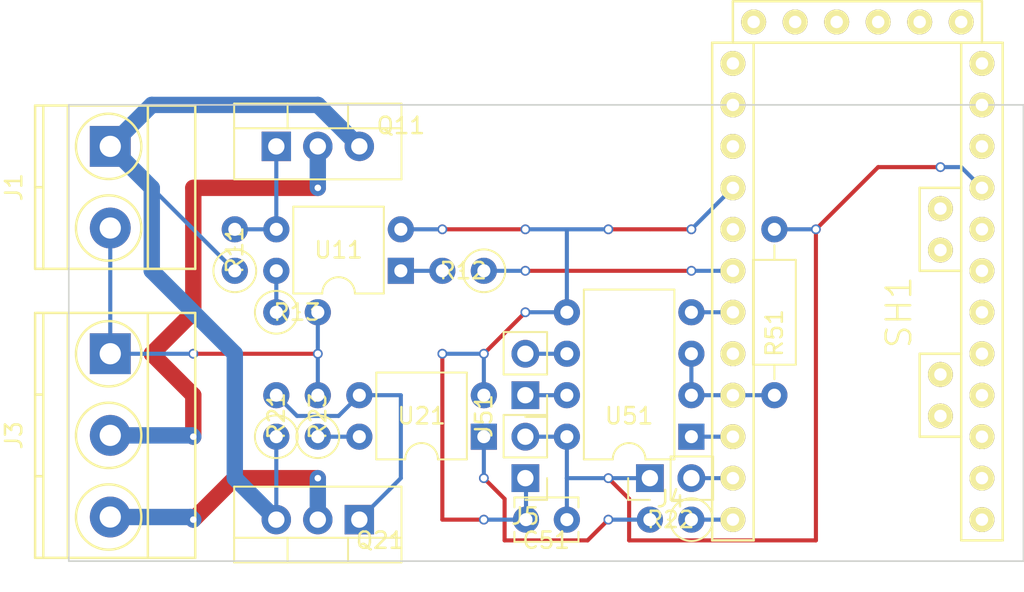
<source format=kicad_pcb>
(kicad_pcb (version 4) (host pcbnew 4.0.7)

  (general
    (links 37)
    (no_connects 0)
    (area 119.329999 65.989999 177.850001 94.030001)
    (thickness 1.6)
    (drawings 4)
    (tracks 111)
    (zones 0)
    (modules 19)
    (nets 21)
  )

  (page A4)
  (layers
    (0 F.Cu signal)
    (31 B.Cu signal)
    (32 B.Adhes user)
    (33 F.Adhes user)
    (34 B.Paste user)
    (35 F.Paste user)
    (36 B.SilkS user)
    (37 F.SilkS user)
    (38 B.Mask user)
    (39 F.Mask user)
    (40 Dwgs.User user hide)
    (41 Cmts.User user hide)
    (42 Eco1.User user)
    (43 Eco2.User user)
    (44 Edge.Cuts user)
    (45 Margin user)
    (46 B.CrtYd user)
    (47 F.CrtYd user)
    (48 B.Fab user)
    (49 F.Fab user hide)
  )

  (setup
    (last_trace_width 0.25)
    (user_trace_width 0.25)
    (user_trace_width 1)
    (trace_clearance 0.2)
    (zone_clearance 0.508)
    (zone_45_only no)
    (trace_min 0.2)
    (segment_width 0.2)
    (edge_width 0.1)
    (via_size 0.6)
    (via_drill 0.4)
    (via_min_size 0.4)
    (via_min_drill 0.3)
    (uvia_size 0.3)
    (uvia_drill 0.1)
    (uvias_allowed no)
    (uvia_min_size 0.2)
    (uvia_min_drill 0.1)
    (pcb_text_width 0.3)
    (pcb_text_size 1.5 1.5)
    (mod_edge_width 0.15)
    (mod_text_size 1 1)
    (mod_text_width 0.15)
    (pad_size 1.5 1.5)
    (pad_drill 0.6)
    (pad_to_mask_clearance 0)
    (aux_axis_origin 0 0)
    (visible_elements 7FFFFFFF)
    (pcbplotparams
      (layerselection 0x00030_80000001)
      (usegerberextensions false)
      (excludeedgelayer true)
      (linewidth 0.100000)
      (plotframeref false)
      (viasonmask false)
      (mode 1)
      (useauxorigin false)
      (hpglpennumber 1)
      (hpglpenspeed 20)
      (hpglpendiameter 15)
      (hpglpenoverlay 2)
      (psnegative false)
      (psa4output false)
      (plotreference true)
      (plotvalue true)
      (plotinvisibletext false)
      (padsonsilk false)
      (subtractmaskfromsilk false)
      (outputformat 1)
      (mirror false)
      (drillshape 1)
      (scaleselection 1)
      (outputdirectory ""))
  )

  (net 0 "")
  (net 1 +5V)
  (net 2 GND)
  (net 3 /GND12)
  (net 4 +12L)
  (net 5 /Load2)
  (net 6 /Load1)
  (net 7 /RELAY_CTRL)
  (net 8 "Net-(J51-Pad1)")
  (net 9 "Net-(J51-Pad2)")
  (net 10 "Net-(Q11-Pad1)")
  (net 11 "Net-(Q21-Pad1)")
  (net 12 "Net-(R12-Pad1)")
  (net 13 "Net-(R12-Pad2)")
  (net 14 "Net-(R13-Pad1)")
  (net 15 "Net-(R22-Pad1)")
  (net 16 "Net-(R22-Pad2)")
  (net 17 "Net-(R23-Pad1)")
  (net 18 "Net-(R51-Pad2)")
  (net 19 "Net-(SH1-Pad4)")
  (net 20 "Net-(SH1-Pad7)")

  (net_class Default "This is the default net class."
    (clearance 0.2)
    (trace_width 0.25)
    (via_dia 0.6)
    (via_drill 0.4)
    (uvia_dia 0.3)
    (uvia_drill 0.1)
    (add_net +12L)
    (add_net +5V)
    (add_net /GND12)
    (add_net /Load1)
    (add_net /Load2)
    (add_net /RELAY_CTRL)
    (add_net GND)
    (add_net "Net-(J51-Pad1)")
    (add_net "Net-(J51-Pad2)")
    (add_net "Net-(Q11-Pad1)")
    (add_net "Net-(Q21-Pad1)")
    (add_net "Net-(R12-Pad1)")
    (add_net "Net-(R12-Pad2)")
    (add_net "Net-(R13-Pad1)")
    (add_net "Net-(R22-Pad1)")
    (add_net "Net-(R22-Pad2)")
    (add_net "Net-(R23-Pad1)")
    (add_net "Net-(R51-Pad2)")
    (add_net "Net-(SH1-Pad4)")
    (add_net "Net-(SH1-Pad7)")
  )

  (module Capacitors_THT:C_Disc_D3.8mm_W2.6mm_P2.50mm (layer F.Cu) (tedit 59AD1B6A) (tstamp 59ACD45C)
    (at 149.86 91.44 180)
    (descr "C, Disc series, Radial, pin pitch=2.50mm, , diameter*width=3.8*2.6mm^2, Capacitor, http://www.vishay.com/docs/45233/krseries.pdf")
    (tags "C Disc series Radial pin pitch 2.50mm  diameter 3.8mm width 2.6mm Capacitor")
    (path /59AC15DC)
    (fp_text reference C51 (at 1.27 -1.27 180) (layer F.SilkS)
      (effects (font (size 1 1) (thickness 0.15)))
    )
    (fp_text value 0.1uF (at 1.25 2.61 180) (layer Cmts.User)
      (effects (font (size 1 1) (thickness 0.15)))
    )
    (fp_line (start -0.65 -1.3) (end -0.65 1.3) (layer F.Fab) (width 0.1))
    (fp_line (start -0.65 1.3) (end 3.15 1.3) (layer F.Fab) (width 0.1))
    (fp_line (start 3.15 1.3) (end 3.15 -1.3) (layer F.Fab) (width 0.1))
    (fp_line (start 3.15 -1.3) (end -0.65 -1.3) (layer F.Fab) (width 0.1))
    (fp_line (start -0.71 -1.36) (end 3.21 -1.36) (layer F.SilkS) (width 0.12))
    (fp_line (start -0.71 1.36) (end 3.21 1.36) (layer F.SilkS) (width 0.12))
    (fp_line (start -0.71 -1.36) (end -0.71 -0.75) (layer F.SilkS) (width 0.12))
    (fp_line (start -0.71 0.75) (end -0.71 1.36) (layer F.SilkS) (width 0.12))
    (fp_line (start 3.21 -1.36) (end 3.21 -0.75) (layer F.SilkS) (width 0.12))
    (fp_line (start 3.21 0.75) (end 3.21 1.36) (layer F.SilkS) (width 0.12))
    (fp_line (start -1.05 -1.65) (end -1.05 1.65) (layer F.CrtYd) (width 0.05))
    (fp_line (start -1.05 1.65) (end 3.55 1.65) (layer F.CrtYd) (width 0.05))
    (fp_line (start 3.55 1.65) (end 3.55 -1.65) (layer F.CrtYd) (width 0.05))
    (fp_line (start 3.55 -1.65) (end -1.05 -1.65) (layer F.CrtYd) (width 0.05))
    (fp_text user %R (at 1.25 0 180) (layer Cmts.User)
      (effects (font (size 1 1) (thickness 0.15)))
    )
    (pad 1 thru_hole circle (at 0 0 180) (size 1.6 1.6) (drill 0.8) (layers *.Cu *.Mask)
      (net 1 +5V))
    (pad 2 thru_hole circle (at 2.5 0 180) (size 1.6 1.6) (drill 0.8) (layers *.Cu *.Mask)
      (net 2 GND))
    (model ${KISYS3DMOD}/Capacitors_THT.3dshapes/C_Disc_D3.8mm_W2.6mm_P2.50mm.wrl
      (at (xyz 0 0 0))
      (scale (xyz 1 1 1))
      (rotate (xyz 0 0 0))
    )
  )

  (module Connectors_Terminal_Blocks:TerminalBlock_Pheonix_MKDS1.5-2pol (layer F.Cu) (tedit 59AD1BB3) (tstamp 59ACD462)
    (at 121.92 68.58 270)
    (descr "2-way 5mm pitch terminal block, Phoenix MKDS series")
    (path /59AC0541)
    (fp_text reference J1 (at 2.5 5.9 270) (layer F.SilkS)
      (effects (font (size 1 1) (thickness 0.15)))
    )
    (fp_text value PWR_12 (at 2.54 -3.81 270) (layer Cmts.User)
      (effects (font (size 1 1) (thickness 0.15)))
    )
    (fp_line (start -2.7 -5.4) (end 7.7 -5.4) (layer F.CrtYd) (width 0.05))
    (fp_line (start -2.7 4.8) (end -2.7 -5.4) (layer F.CrtYd) (width 0.05))
    (fp_line (start 7.7 4.8) (end -2.7 4.8) (layer F.CrtYd) (width 0.05))
    (fp_line (start 7.7 -5.4) (end 7.7 4.8) (layer F.CrtYd) (width 0.05))
    (fp_line (start 2.5 4.1) (end 2.5 4.6) (layer F.SilkS) (width 0.15))
    (fp_circle (center 5 0.1) (end 3 0.1) (layer F.SilkS) (width 0.15))
    (fp_circle (center 0 0.1) (end 2 0.1) (layer F.SilkS) (width 0.15))
    (fp_line (start -2.5 2.6) (end 7.5 2.6) (layer F.SilkS) (width 0.15))
    (fp_line (start -2.5 -2.3) (end 7.5 -2.3) (layer F.SilkS) (width 0.15))
    (fp_line (start -2.5 4.1) (end 7.5 4.1) (layer F.SilkS) (width 0.15))
    (fp_line (start -2.5 4.6) (end 7.5 4.6) (layer F.SilkS) (width 0.15))
    (fp_line (start 7.5 4.6) (end 7.5 -5.2) (layer F.SilkS) (width 0.15))
    (fp_line (start 7.5 -5.2) (end -2.5 -5.2) (layer F.SilkS) (width 0.15))
    (fp_line (start -2.5 -5.2) (end -2.5 4.6) (layer F.SilkS) (width 0.15))
    (pad 1 thru_hole rect (at 0 0 270) (size 2.5 2.5) (drill 1.3) (layers *.Cu *.Mask)
      (net 3 /GND12))
    (pad 2 thru_hole circle (at 5 0 270) (size 2.5 2.5) (drill 1.3) (layers *.Cu *.Mask)
      (net 4 +12L))
    (model Terminal_Blocks.3dshapes/TerminalBlock_Pheonix_MKDS1.5-2pol.wrl
      (at (xyz 0.0984 0 0))
      (scale (xyz 1 1 1))
      (rotate (xyz 0 0 0))
    )
  )

  (module Connectors_Terminal_Blocks:TerminalBlock_Pheonix_MKDS1.5-3pol (layer F.Cu) (tedit 59AD1BB9) (tstamp 59ACD469)
    (at 121.92 81.28 270)
    (descr "3-way 5mm pitch terminal block, Phoenix MKDS series")
    (path /59AC05DF)
    (fp_text reference J3 (at 5 5.9 270) (layer F.SilkS)
      (effects (font (size 1 1) (thickness 0.15)))
    )
    (fp_text value LED_OUT (at 5.08 -3.81 270) (layer Cmts.User)
      (effects (font (size 1 1) (thickness 0.15)))
    )
    (fp_line (start -2.7 4.8) (end -2.7 -5.4) (layer F.CrtYd) (width 0.05))
    (fp_line (start 12.7 4.8) (end -2.7 4.8) (layer F.CrtYd) (width 0.05))
    (fp_line (start 12.7 -5.4) (end 12.7 4.8) (layer F.CrtYd) (width 0.05))
    (fp_line (start -2.7 -5.4) (end 12.7 -5.4) (layer F.CrtYd) (width 0.05))
    (fp_circle (center 10 0.1) (end 8 0.1) (layer F.SilkS) (width 0.15))
    (fp_line (start 7.5 4.1) (end 7.5 4.6) (layer F.SilkS) (width 0.15))
    (fp_line (start 2.5 4.1) (end 2.5 4.6) (layer F.SilkS) (width 0.15))
    (fp_circle (center 5 0.1) (end 3 0.1) (layer F.SilkS) (width 0.15))
    (fp_circle (center 0 0.1) (end 2 0.1) (layer F.SilkS) (width 0.15))
    (fp_line (start -2.5 2.6) (end 12.5 2.6) (layer F.SilkS) (width 0.15))
    (fp_line (start -2.5 -2.3) (end 12.5 -2.3) (layer F.SilkS) (width 0.15))
    (fp_line (start -2.5 4.1) (end 12.5 4.1) (layer F.SilkS) (width 0.15))
    (fp_line (start -2.5 4.6) (end 12.5 4.6) (layer F.SilkS) (width 0.15))
    (fp_line (start 12.5 4.6) (end 12.5 -5.2) (layer F.SilkS) (width 0.15))
    (fp_line (start 12.5 -5.2) (end -2.5 -5.2) (layer F.SilkS) (width 0.15))
    (fp_line (start -2.5 -5.2) (end -2.5 4.6) (layer F.SilkS) (width 0.15))
    (pad 3 thru_hole circle (at 10 0 270) (size 2.5 2.5) (drill 1.3) (layers *.Cu *.Mask)
      (net 5 /Load2))
    (pad 1 thru_hole rect (at 0 0 270) (size 2.5 2.5) (drill 1.3) (layers *.Cu *.Mask)
      (net 4 +12L))
    (pad 2 thru_hole circle (at 5 0 270) (size 2.5 2.5) (drill 1.3) (layers *.Cu *.Mask)
      (net 6 /Load1))
    (model Terminal_Blocks.3dshapes/TerminalBlock_Pheonix_MKDS1.5-3pol.wrl
      (at (xyz 0.1968 0 0))
      (scale (xyz 1 1 1))
      (rotate (xyz 0 0 0))
    )
  )

  (module Pin_Headers:Pin_Header_Straight_1x02_Pitch2.54mm (layer F.Cu) (tedit 59AD1BA3) (tstamp 59ACD46F)
    (at 154.94 88.9 90)
    (descr "Through hole straight pin header, 1x02, 2.54mm pitch, single row")
    (tags "Through hole pin header THT 1x02 2.54mm single row")
    (path /59AC75B0)
    (fp_text reference J4 (at -1.27 1.27 180) (layer F.SilkS)
      (effects (font (size 1 1) (thickness 0.15)))
    )
    (fp_text value RELAY (at 0 4.87 90) (layer Cmts.User)
      (effects (font (size 1 1) (thickness 0.15)))
    )
    (fp_line (start -0.635 -1.27) (end 1.27 -1.27) (layer F.Fab) (width 0.1))
    (fp_line (start 1.27 -1.27) (end 1.27 3.81) (layer F.Fab) (width 0.1))
    (fp_line (start 1.27 3.81) (end -1.27 3.81) (layer F.Fab) (width 0.1))
    (fp_line (start -1.27 3.81) (end -1.27 -0.635) (layer F.Fab) (width 0.1))
    (fp_line (start -1.27 -0.635) (end -0.635 -1.27) (layer F.Fab) (width 0.1))
    (fp_line (start -1.33 3.87) (end 1.33 3.87) (layer F.SilkS) (width 0.12))
    (fp_line (start -1.33 1.27) (end -1.33 3.87) (layer F.SilkS) (width 0.12))
    (fp_line (start 1.33 1.27) (end 1.33 3.87) (layer F.SilkS) (width 0.12))
    (fp_line (start -1.33 1.27) (end 1.33 1.27) (layer F.SilkS) (width 0.12))
    (fp_line (start -1.33 0) (end -1.33 -1.33) (layer F.SilkS) (width 0.12))
    (fp_line (start -1.33 -1.33) (end 0 -1.33) (layer F.SilkS) (width 0.12))
    (fp_line (start -1.8 -1.8) (end -1.8 4.35) (layer F.CrtYd) (width 0.05))
    (fp_line (start -1.8 4.35) (end 1.8 4.35) (layer F.CrtYd) (width 0.05))
    (fp_line (start 1.8 4.35) (end 1.8 -1.8) (layer F.CrtYd) (width 0.05))
    (fp_line (start 1.8 -1.8) (end -1.8 -1.8) (layer F.CrtYd) (width 0.05))
    (fp_text user %R (at 0 1.27 180) (layer Cmts.User)
      (effects (font (size 1 1) (thickness 0.15)))
    )
    (pad 1 thru_hole rect (at 0 0 90) (size 1.7 1.7) (drill 1) (layers *.Cu *.Mask)
      (net 1 +5V))
    (pad 2 thru_hole oval (at 0 2.54 90) (size 1.7 1.7) (drill 1) (layers *.Cu *.Mask)
      (net 7 /RELAY_CTRL))
    (model ${KISYS3DMOD}/Pin_Headers.3dshapes/Pin_Header_Straight_1x02_Pitch2.54mm.wrl
      (at (xyz 0 0 0))
      (scale (xyz 1 1 1))
      (rotate (xyz 0 0 0))
    )
  )

  (module Socket_Strips:Socket_Strip_Straight_1x02_Pitch2.54mm (layer F.Cu) (tedit 59AD1B80) (tstamp 59ACD475)
    (at 147.32 83.82 180)
    (descr "Through hole straight socket strip, 1x02, 2.54mm pitch, single row")
    (tags "Through hole socket strip THT 1x02 2.54mm single row")
    (path /59AC29FB)
    (fp_text reference J51 (at 2.54 -1.27 270) (layer F.SilkS)
      (effects (font (size 1 1) (thickness 0.15)))
    )
    (fp_text value MAX485 (at 0 1.27 270) (layer Dwgs.User)
      (effects (font (size 1 1) (thickness 0.15)))
    )
    (fp_line (start -1.27 -1.27) (end -1.27 3.81) (layer F.Fab) (width 0.1))
    (fp_line (start -1.27 3.81) (end 1.27 3.81) (layer F.Fab) (width 0.1))
    (fp_line (start 1.27 3.81) (end 1.27 -1.27) (layer F.Fab) (width 0.1))
    (fp_line (start 1.27 -1.27) (end -1.27 -1.27) (layer F.Fab) (width 0.1))
    (fp_line (start -1.33 1.27) (end -1.33 3.87) (layer F.SilkS) (width 0.12))
    (fp_line (start -1.33 3.87) (end 1.33 3.87) (layer F.SilkS) (width 0.12))
    (fp_line (start 1.33 3.87) (end 1.33 1.27) (layer F.SilkS) (width 0.12))
    (fp_line (start 1.33 1.27) (end -1.33 1.27) (layer F.SilkS) (width 0.12))
    (fp_line (start -1.33 0) (end -1.33 -1.33) (layer F.SilkS) (width 0.12))
    (fp_line (start -1.33 -1.33) (end 0 -1.33) (layer F.SilkS) (width 0.12))
    (fp_line (start -1.8 -1.8) (end -1.8 4.35) (layer F.CrtYd) (width 0.05))
    (fp_line (start -1.8 4.35) (end 1.8 4.35) (layer F.CrtYd) (width 0.05))
    (fp_line (start 1.8 4.35) (end 1.8 -1.8) (layer F.CrtYd) (width 0.05))
    (fp_line (start 1.8 -1.8) (end -1.8 -1.8) (layer F.CrtYd) (width 0.05))
    (fp_text user %R (at 0 -2.33 180) (layer Cmts.User)
      (effects (font (size 1 1) (thickness 0.15)))
    )
    (pad 1 thru_hole rect (at 0 0 180) (size 1.7 1.7) (drill 1) (layers *.Cu *.Mask)
      (net 8 "Net-(J51-Pad1)"))
    (pad 2 thru_hole oval (at 0 2.54 180) (size 1.7 1.7) (drill 1) (layers *.Cu *.Mask)
      (net 9 "Net-(J51-Pad2)"))
    (model ${KISYS3DMOD}/Socket_Strips.3dshapes/Socket_Strip_Straight_1x02_Pitch2.54mm.wrl
      (at (xyz 0 -0.05 0))
      (scale (xyz 1 1 1))
      (rotate (xyz 0 0 270))
    )
  )

  (module TO_SOT_Packages_THT:TO-220_Vertical (layer F.Cu) (tedit 59AD1BDD) (tstamp 59ACD47C)
    (at 132.08 68.58)
    (descr "TO-220, Vertical, RM 2.54mm")
    (tags "TO-220 Vertical RM 2.54mm")
    (path /59ABD06E)
    (fp_text reference Q11 (at 7.62 -1.27) (layer F.SilkS)
      (effects (font (size 1 1) (thickness 0.15)))
    )
    (fp_text value FQP30N06L (at 2.54 3.92) (layer Cmts.User)
      (effects (font (size 1 1) (thickness 0.15)))
    )
    (fp_text user %R (at 2.54 -3.62) (layer Cmts.User)
      (effects (font (size 1 1) (thickness 0.15)))
    )
    (fp_line (start -2.46 -2.5) (end -2.46 1.9) (layer F.Fab) (width 0.1))
    (fp_line (start -2.46 1.9) (end 7.54 1.9) (layer F.Fab) (width 0.1))
    (fp_line (start 7.54 1.9) (end 7.54 -2.5) (layer F.Fab) (width 0.1))
    (fp_line (start 7.54 -2.5) (end -2.46 -2.5) (layer F.Fab) (width 0.1))
    (fp_line (start -2.46 -1.23) (end 7.54 -1.23) (layer F.Fab) (width 0.1))
    (fp_line (start 0.69 -2.5) (end 0.69 -1.23) (layer F.Fab) (width 0.1))
    (fp_line (start 4.39 -2.5) (end 4.39 -1.23) (layer F.Fab) (width 0.1))
    (fp_line (start -2.58 -2.62) (end 7.66 -2.62) (layer F.SilkS) (width 0.12))
    (fp_line (start -2.58 2.021) (end 7.66 2.021) (layer F.SilkS) (width 0.12))
    (fp_line (start -2.58 -2.62) (end -2.58 2.021) (layer F.SilkS) (width 0.12))
    (fp_line (start 7.66 -2.62) (end 7.66 2.021) (layer F.SilkS) (width 0.12))
    (fp_line (start -2.58 -1.11) (end 7.66 -1.11) (layer F.SilkS) (width 0.12))
    (fp_line (start 0.69 -2.62) (end 0.69 -1.11) (layer F.SilkS) (width 0.12))
    (fp_line (start 4.391 -2.62) (end 4.391 -1.11) (layer F.SilkS) (width 0.12))
    (fp_line (start -2.71 -2.75) (end -2.71 2.16) (layer F.CrtYd) (width 0.05))
    (fp_line (start -2.71 2.16) (end 7.79 2.16) (layer F.CrtYd) (width 0.05))
    (fp_line (start 7.79 2.16) (end 7.79 -2.75) (layer F.CrtYd) (width 0.05))
    (fp_line (start 7.79 -2.75) (end -2.71 -2.75) (layer F.CrtYd) (width 0.05))
    (pad 1 thru_hole rect (at 0 0) (size 1.8 1.8) (drill 1) (layers *.Cu *.Mask)
      (net 10 "Net-(Q11-Pad1)"))
    (pad 2 thru_hole oval (at 2.54 0) (size 1.8 1.8) (drill 1) (layers *.Cu *.Mask)
      (net 6 /Load1))
    (pad 3 thru_hole oval (at 5.08 0) (size 1.8 1.8) (drill 1) (layers *.Cu *.Mask)
      (net 3 /GND12))
    (model ${KISYS3DMOD}/TO_SOT_Packages_THT.3dshapes/TO-220_Vertical.wrl
      (at (xyz 0.1 0 0))
      (scale (xyz 0.393701 0.393701 0.393701))
      (rotate (xyz 0 0 0))
    )
  )

  (module TO_SOT_Packages_THT:TO-220_Vertical (layer F.Cu) (tedit 59AD1BE2) (tstamp 59ACD483)
    (at 137.16 91.44 180)
    (descr "TO-220, Vertical, RM 2.54mm")
    (tags "TO-220 Vertical RM 2.54mm")
    (path /59AC11B3)
    (fp_text reference Q21 (at -1.27 -1.27 180) (layer F.SilkS)
      (effects (font (size 1 1) (thickness 0.15)))
    )
    (fp_text value FQP30N06L (at 2.54 3.92 180) (layer Cmts.User)
      (effects (font (size 1 1) (thickness 0.15)))
    )
    (fp_text user %R (at 2.54 -3.62 180) (layer Cmts.User)
      (effects (font (size 1 1) (thickness 0.15)))
    )
    (fp_line (start -2.46 -2.5) (end -2.46 1.9) (layer F.Fab) (width 0.1))
    (fp_line (start -2.46 1.9) (end 7.54 1.9) (layer F.Fab) (width 0.1))
    (fp_line (start 7.54 1.9) (end 7.54 -2.5) (layer F.Fab) (width 0.1))
    (fp_line (start 7.54 -2.5) (end -2.46 -2.5) (layer F.Fab) (width 0.1))
    (fp_line (start -2.46 -1.23) (end 7.54 -1.23) (layer F.Fab) (width 0.1))
    (fp_line (start 0.69 -2.5) (end 0.69 -1.23) (layer F.Fab) (width 0.1))
    (fp_line (start 4.39 -2.5) (end 4.39 -1.23) (layer F.Fab) (width 0.1))
    (fp_line (start -2.58 -2.62) (end 7.66 -2.62) (layer F.SilkS) (width 0.12))
    (fp_line (start -2.58 2.021) (end 7.66 2.021) (layer F.SilkS) (width 0.12))
    (fp_line (start -2.58 -2.62) (end -2.58 2.021) (layer F.SilkS) (width 0.12))
    (fp_line (start 7.66 -2.62) (end 7.66 2.021) (layer F.SilkS) (width 0.12))
    (fp_line (start -2.58 -1.11) (end 7.66 -1.11) (layer F.SilkS) (width 0.12))
    (fp_line (start 0.69 -2.62) (end 0.69 -1.11) (layer F.SilkS) (width 0.12))
    (fp_line (start 4.391 -2.62) (end 4.391 -1.11) (layer F.SilkS) (width 0.12))
    (fp_line (start -2.71 -2.75) (end -2.71 2.16) (layer F.CrtYd) (width 0.05))
    (fp_line (start -2.71 2.16) (end 7.79 2.16) (layer F.CrtYd) (width 0.05))
    (fp_line (start 7.79 2.16) (end 7.79 -2.75) (layer F.CrtYd) (width 0.05))
    (fp_line (start 7.79 -2.75) (end -2.71 -2.75) (layer F.CrtYd) (width 0.05))
    (pad 1 thru_hole rect (at 0 0 180) (size 1.8 1.8) (drill 1) (layers *.Cu *.Mask)
      (net 11 "Net-(Q21-Pad1)"))
    (pad 2 thru_hole oval (at 2.54 0 180) (size 1.8 1.8) (drill 1) (layers *.Cu *.Mask)
      (net 5 /Load2))
    (pad 3 thru_hole oval (at 5.08 0 180) (size 1.8 1.8) (drill 1) (layers *.Cu *.Mask)
      (net 3 /GND12))
    (model ${KISYS3DMOD}/TO_SOT_Packages_THT.3dshapes/TO-220_Vertical.wrl
      (at (xyz 0.1 0 0))
      (scale (xyz 0.393701 0.393701 0.393701))
      (rotate (xyz 0 0 0))
    )
  )

  (module SHIELD_ARDUINO:ARDUINO_MINI_PRO_V10 (layer F.Cu) (tedit 59AD1C37) (tstamp 59ACD4D3)
    (at 167.64 76.2)
    (path /59ABCC5A)
    (fp_text reference SH1 (at 2.54 2.54 90) (layer F.SilkS)
      (effects (font (size 1.5 1.5) (thickness 0.15)))
    )
    (fp_text value ARDUINO_MINI_PRO (at 0 -1.27 90) (layer Cmts.User) hide
      (effects (font (size 1.5 1.5) (thickness 0.15)))
    )
    (fp_line (start 6.35 5.08) (end 3.81 5.08) (layer F.SilkS) (width 0.15))
    (fp_line (start 3.81 5.08) (end 3.81 10.16) (layer F.SilkS) (width 0.15))
    (fp_line (start 3.81 10.16) (end 6.35 10.16) (layer F.SilkS) (width 0.15))
    (fp_line (start 6.35 -5.08) (end 3.81 -5.08) (layer F.SilkS) (width 0.15))
    (fp_line (start 3.81 -5.08) (end 3.81 0) (layer F.SilkS) (width 0.15))
    (fp_line (start 3.81 0) (end 6.35 0) (layer F.SilkS) (width 0.15))
    (fp_line (start 8.89 -13.97) (end 6.35 -13.97) (layer F.SilkS) (width 0.15))
    (fp_line (start -6.35 -13.97) (end -6.35 16.51) (layer F.SilkS) (width 0.15))
    (fp_line (start -6.35 16.51) (end -8.89 16.51) (layer F.SilkS) (width 0.15))
    (fp_line (start -8.89 16.51) (end -8.89 -13.97) (layer F.SilkS) (width 0.15))
    (fp_line (start -8.89 -13.97) (end -6.35 -13.97) (layer F.SilkS) (width 0.15))
    (fp_line (start 6.35 -13.97) (end 6.35 16.51) (layer F.SilkS) (width 0.15))
    (fp_line (start 6.35 16.51) (end 8.89 16.51) (layer F.SilkS) (width 0.15))
    (fp_line (start 8.89 16.51) (end 8.89 -13.97) (layer F.SilkS) (width 0.15))
    (fp_line (start -7.62 -16.51) (end 7.62 -16.51) (layer F.SilkS) (width 0.15))
    (fp_line (start 7.62 -16.51) (end 7.62 -13.97) (layer F.SilkS) (width 0.15))
    (fp_line (start 7.62 -13.97) (end -7.62 -13.97) (layer F.SilkS) (width 0.15))
    (fp_line (start -7.62 -13.97) (end -7.62 -16.51) (layer F.SilkS) (width 0.15))
    (pad GRN thru_hole circle (at -6.35 -15.24) (size 1.524 1.524) (drill 0.762) (layers *.Cu *.Mask F.SilkS))
    (pad TX/1 thru_hole circle (at -3.81 -15.24) (size 1.524 1.524) (drill 0.762) (layers *.Cu *.Mask F.SilkS))
    (pad RX/1 thru_hole circle (at -1.27 -15.24) (size 1.524 1.524) (drill 0.762) (layers *.Cu *.Mask F.SilkS))
    (pad VCC1 thru_hole circle (at 1.27 -15.24) (size 1.524 1.524) (drill 0.762) (layers *.Cu *.Mask F.SilkS))
    (pad GND1 thru_hole circle (at 3.81 -15.24) (size 1.524 1.524) (drill 0.762) (layers *.Cu *.Mask F.SilkS))
    (pad BLK thru_hole circle (at 6.35 -15.24) (size 1.524 1.524) (drill 0.762) (layers *.Cu *.Mask F.SilkS))
    (pad TX/2 thru_hole circle (at -7.62 -12.7) (size 1.524 1.524) (drill 0.762) (layers *.Cu *.Mask F.SilkS))
    (pad RX/2 thru_hole circle (at -7.62 -10.16) (size 1.524 1.524) (drill 0.762) (layers *.Cu *.Mask F.SilkS))
    (pad RST1 thru_hole circle (at -7.62 -7.62) (size 1.524 1.524) (drill 0.762) (layers *.Cu *.Mask F.SilkS))
    (pad GND2 thru_hole circle (at -7.62 -5.08) (size 1.524 1.524) (drill 0.762) (layers *.Cu *.Mask F.SilkS)
      (net 2 GND))
    (pad 2 thru_hole circle (at -7.62 -2.54) (size 1.524 1.524) (drill 0.762) (layers *.Cu *.Mask F.SilkS))
    (pad 3 thru_hole circle (at -7.62 0) (size 1.524 1.524) (drill 0.762) (layers *.Cu *.Mask F.SilkS)
      (net 12 "Net-(R12-Pad1)"))
    (pad 4 thru_hole circle (at -7.62 2.54) (size 1.524 1.524) (drill 0.762) (layers *.Cu *.Mask F.SilkS)
      (net 19 "Net-(SH1-Pad4)"))
    (pad 5 thru_hole circle (at -7.62 5.08) (size 1.524 1.524) (drill 0.762) (layers *.Cu *.Mask F.SilkS))
    (pad 6 thru_hole circle (at -7.62 7.62) (size 1.524 1.524) (drill 0.762) (layers *.Cu *.Mask F.SilkS)
      (net 18 "Net-(R51-Pad2)"))
    (pad 7 thru_hole circle (at -7.62 10.16) (size 1.524 1.524) (drill 0.762) (layers *.Cu *.Mask F.SilkS)
      (net 20 "Net-(SH1-Pad7)"))
    (pad 8 thru_hole circle (at -7.62 12.7) (size 1.524 1.524) (drill 0.762) (layers *.Cu *.Mask F.SilkS)
      (net 7 /RELAY_CTRL))
    (pad 9 thru_hole circle (at -7.62 15.24) (size 1.524 1.524) (drill 0.762) (layers *.Cu *.Mask F.SilkS)
      (net 15 "Net-(R22-Pad1)"))
    (pad RAW thru_hole circle (at 7.62 -12.7) (size 1.524 1.524) (drill 0.762) (layers *.Cu *.Mask F.SilkS))
    (pad GND3 thru_hole circle (at 7.62 -10.16) (size 1.524 1.524) (drill 0.762) (layers *.Cu *.Mask F.SilkS))
    (pad RST2 thru_hole circle (at 7.62 -7.62) (size 1.524 1.524) (drill 0.762) (layers *.Cu *.Mask F.SilkS))
    (pad VCC2 thru_hole circle (at 7.62 -5.08) (size 1.524 1.524) (drill 0.762) (layers *.Cu *.Mask F.SilkS)
      (net 1 +5V))
    (pad A0 thru_hole circle (at 7.62 5.08) (size 1.524 1.524) (drill 0.762) (layers *.Cu *.Mask F.SilkS))
    (pad A1 thru_hole circle (at 7.62 2.54) (size 1.524 1.524) (drill 0.762) (layers *.Cu *.Mask F.SilkS))
    (pad A2 thru_hole circle (at 7.62 0) (size 1.524 1.524) (drill 0.762) (layers *.Cu *.Mask F.SilkS))
    (pad A3 thru_hole circle (at 7.62 -2.54) (size 1.524 1.524) (drill 0.762) (layers *.Cu *.Mask F.SilkS))
    (pad 10 thru_hole circle (at 7.62 15.24) (size 1.524 1.524) (drill 0.762) (layers *.Cu *.Mask F.SilkS))
    (pad 11 thru_hole circle (at 7.62 12.7) (size 1.524 1.524) (drill 0.762) (layers *.Cu *.Mask F.SilkS))
    (pad 12 thru_hole circle (at 7.62 10.16) (size 1.524 1.524) (drill 0.762) (layers *.Cu *.Mask F.SilkS))
    (pad 13 thru_hole circle (at 7.62 7.62) (size 1.524 1.524) (drill 0.762) (layers *.Cu *.Mask F.SilkS))
    (pad A5 thru_hole circle (at 5.08 -3.81) (size 1.524 1.524) (drill 0.762) (layers *.Cu *.Mask F.SilkS))
    (pad A4 thru_hole circle (at 5.08 -1.27) (size 1.524 1.524) (drill 0.762) (layers *.Cu *.Mask F.SilkS))
    (pad A7 thru_hole circle (at 5.08 6.35) (size 1.524 1.524) (drill 0.762) (layers *.Cu *.Mask F.SilkS))
    (pad A6 thru_hole circle (at 5.08 8.89) (size 1.524 1.524) (drill 0.762) (layers *.Cu *.Mask F.SilkS))
  )

  (module Housings_DIP:DIP-4_W7.62mm (layer F.Cu) (tedit 59AD1B20) (tstamp 59ACD4DB)
    (at 139.7 76.2 180)
    (descr "4-lead dip package, row spacing 7.62 mm (300 mils)")
    (tags "DIL DIP PDIP 2.54mm 7.62mm 300mil")
    (path /59ABCDC2)
    (fp_text reference U11 (at 3.81 1.27 180) (layer F.SilkS)
      (effects (font (size 1 1) (thickness 0.15)))
    )
    (fp_text value PC817 (at 3.81 4.93 180) (layer Cmts.User)
      (effects (font (size 1 1) (thickness 0.15)))
    )
    (fp_text user %R (at 3.81 1.27 180) (layer Cmts.User)
      (effects (font (size 1 1) (thickness 0.15)))
    )
    (fp_line (start 1.635 -1.27) (end 6.985 -1.27) (layer F.Fab) (width 0.1))
    (fp_line (start 6.985 -1.27) (end 6.985 3.81) (layer F.Fab) (width 0.1))
    (fp_line (start 6.985 3.81) (end 0.635 3.81) (layer F.Fab) (width 0.1))
    (fp_line (start 0.635 3.81) (end 0.635 -0.27) (layer F.Fab) (width 0.1))
    (fp_line (start 0.635 -0.27) (end 1.635 -1.27) (layer F.Fab) (width 0.1))
    (fp_line (start 2.81 -1.39) (end 1.04 -1.39) (layer F.SilkS) (width 0.12))
    (fp_line (start 1.04 -1.39) (end 1.04 3.93) (layer F.SilkS) (width 0.12))
    (fp_line (start 1.04 3.93) (end 6.58 3.93) (layer F.SilkS) (width 0.12))
    (fp_line (start 6.58 3.93) (end 6.58 -1.39) (layer F.SilkS) (width 0.12))
    (fp_line (start 6.58 -1.39) (end 4.81 -1.39) (layer F.SilkS) (width 0.12))
    (fp_line (start -1.1 -1.6) (end -1.1 4.1) (layer F.CrtYd) (width 0.05))
    (fp_line (start -1.1 4.1) (end 8.7 4.1) (layer F.CrtYd) (width 0.05))
    (fp_line (start 8.7 4.1) (end 8.7 -1.6) (layer F.CrtYd) (width 0.05))
    (fp_line (start 8.7 -1.6) (end -1.1 -1.6) (layer F.CrtYd) (width 0.05))
    (fp_arc (start 3.81 -1.39) (end 2.81 -1.39) (angle -180) (layer F.SilkS) (width 0.12))
    (pad 1 thru_hole rect (at 0 0 180) (size 1.6 1.6) (drill 0.8) (layers *.Cu *.Mask)
      (net 13 "Net-(R12-Pad2)"))
    (pad 3 thru_hole oval (at 7.62 2.54 180) (size 1.6 1.6) (drill 0.8) (layers *.Cu *.Mask)
      (net 10 "Net-(Q11-Pad1)"))
    (pad 2 thru_hole oval (at 0 2.54 180) (size 1.6 1.6) (drill 0.8) (layers *.Cu *.Mask)
      (net 2 GND))
    (pad 4 thru_hole oval (at 7.62 0 180) (size 1.6 1.6) (drill 0.8) (layers *.Cu *.Mask)
      (net 14 "Net-(R13-Pad1)"))
    (model ${KISYS3DMOD}/Housings_DIP.3dshapes/DIP-4_W7.62mm.wrl
      (at (xyz 0 0 0))
      (scale (xyz 1 1 1))
      (rotate (xyz 0 0 0))
    )
  )

  (module Housings_DIP:DIP-4_W7.62mm (layer F.Cu) (tedit 59AD1B46) (tstamp 59ACD4E3)
    (at 144.78 86.36 180)
    (descr "4-lead dip package, row spacing 7.62 mm (300 mils)")
    (tags "DIL DIP PDIP 2.54mm 7.62mm 300mil")
    (path /59AC1191)
    (fp_text reference U21 (at 3.81 1.27 180) (layer F.SilkS)
      (effects (font (size 1 1) (thickness 0.15)))
    )
    (fp_text value PC817 (at 3.81 4.93 180) (layer Cmts.User)
      (effects (font (size 1 1) (thickness 0.15)))
    )
    (fp_text user %R (at 3.81 1.27 180) (layer Cmts.User)
      (effects (font (size 1 1) (thickness 0.15)))
    )
    (fp_line (start 1.635 -1.27) (end 6.985 -1.27) (layer F.Fab) (width 0.1))
    (fp_line (start 6.985 -1.27) (end 6.985 3.81) (layer F.Fab) (width 0.1))
    (fp_line (start 6.985 3.81) (end 0.635 3.81) (layer F.Fab) (width 0.1))
    (fp_line (start 0.635 3.81) (end 0.635 -0.27) (layer F.Fab) (width 0.1))
    (fp_line (start 0.635 -0.27) (end 1.635 -1.27) (layer F.Fab) (width 0.1))
    (fp_line (start 2.81 -1.39) (end 1.04 -1.39) (layer F.SilkS) (width 0.12))
    (fp_line (start 1.04 -1.39) (end 1.04 3.93) (layer F.SilkS) (width 0.12))
    (fp_line (start 1.04 3.93) (end 6.58 3.93) (layer F.SilkS) (width 0.12))
    (fp_line (start 6.58 3.93) (end 6.58 -1.39) (layer F.SilkS) (width 0.12))
    (fp_line (start 6.58 -1.39) (end 4.81 -1.39) (layer F.SilkS) (width 0.12))
    (fp_line (start -1.1 -1.6) (end -1.1 4.1) (layer F.CrtYd) (width 0.05))
    (fp_line (start -1.1 4.1) (end 8.7 4.1) (layer F.CrtYd) (width 0.05))
    (fp_line (start 8.7 4.1) (end 8.7 -1.6) (layer F.CrtYd) (width 0.05))
    (fp_line (start 8.7 -1.6) (end -1.1 -1.6) (layer F.CrtYd) (width 0.05))
    (fp_arc (start 3.81 -1.39) (end 2.81 -1.39) (angle -180) (layer F.SilkS) (width 0.12))
    (pad 1 thru_hole rect (at 0 0 180) (size 1.6 1.6) (drill 0.8) (layers *.Cu *.Mask)
      (net 16 "Net-(R22-Pad2)"))
    (pad 3 thru_hole oval (at 7.62 2.54 180) (size 1.6 1.6) (drill 0.8) (layers *.Cu *.Mask)
      (net 11 "Net-(Q21-Pad1)"))
    (pad 2 thru_hole oval (at 0 2.54 180) (size 1.6 1.6) (drill 0.8) (layers *.Cu *.Mask)
      (net 2 GND))
    (pad 4 thru_hole oval (at 7.62 0 180) (size 1.6 1.6) (drill 0.8) (layers *.Cu *.Mask)
      (net 17 "Net-(R23-Pad1)"))
    (model ${KISYS3DMOD}/Housings_DIP.3dshapes/DIP-4_W7.62mm.wrl
      (at (xyz 0 0 0))
      (scale (xyz 1 1 1))
      (rotate (xyz 0 0 0))
    )
  )

  (module Housings_DIP:DIP-8_W7.62mm (layer F.Cu) (tedit 59AD1B91) (tstamp 59ACD4EF)
    (at 157.48 86.36 180)
    (descr "8-lead dip package, row spacing 7.62 mm (300 mils)")
    (tags "DIL DIP PDIP 2.54mm 7.62mm 300mil")
    (path /59AC12B1)
    (fp_text reference U51 (at 3.81 1.27 180) (layer F.SilkS)
      (effects (font (size 1 1) (thickness 0.15)))
    )
    (fp_text value MAX485E (at 3.81 10.01 180) (layer Cmts.User)
      (effects (font (size 1 1) (thickness 0.15)))
    )
    (fp_text user %R (at 3.81 3.81 180) (layer Cmts.User)
      (effects (font (size 1 1) (thickness 0.15)))
    )
    (fp_line (start 1.635 -1.27) (end 6.985 -1.27) (layer F.Fab) (width 0.1))
    (fp_line (start 6.985 -1.27) (end 6.985 8.89) (layer F.Fab) (width 0.1))
    (fp_line (start 6.985 8.89) (end 0.635 8.89) (layer F.Fab) (width 0.1))
    (fp_line (start 0.635 8.89) (end 0.635 -0.27) (layer F.Fab) (width 0.1))
    (fp_line (start 0.635 -0.27) (end 1.635 -1.27) (layer F.Fab) (width 0.1))
    (fp_line (start 2.81 -1.39) (end 1.04 -1.39) (layer F.SilkS) (width 0.12))
    (fp_line (start 1.04 -1.39) (end 1.04 9.01) (layer F.SilkS) (width 0.12))
    (fp_line (start 1.04 9.01) (end 6.58 9.01) (layer F.SilkS) (width 0.12))
    (fp_line (start 6.58 9.01) (end 6.58 -1.39) (layer F.SilkS) (width 0.12))
    (fp_line (start 6.58 -1.39) (end 4.81 -1.39) (layer F.SilkS) (width 0.12))
    (fp_line (start -1.1 -1.6) (end -1.1 9.2) (layer F.CrtYd) (width 0.05))
    (fp_line (start -1.1 9.2) (end 8.7 9.2) (layer F.CrtYd) (width 0.05))
    (fp_line (start 8.7 9.2) (end 8.7 -1.6) (layer F.CrtYd) (width 0.05))
    (fp_line (start 8.7 -1.6) (end -1.1 -1.6) (layer F.CrtYd) (width 0.05))
    (fp_arc (start 3.81 -1.39) (end 2.81 -1.39) (angle -180) (layer F.SilkS) (width 0.12))
    (pad 1 thru_hole rect (at 0 0 180) (size 1.6 1.6) (drill 0.8) (layers *.Cu *.Mask)
      (net 20 "Net-(SH1-Pad7)"))
    (pad 5 thru_hole oval (at 7.62 7.62 180) (size 1.6 1.6) (drill 0.8) (layers *.Cu *.Mask)
      (net 2 GND))
    (pad 2 thru_hole oval (at 0 2.54 180) (size 1.6 1.6) (drill 0.8) (layers *.Cu *.Mask)
      (net 18 "Net-(R51-Pad2)"))
    (pad 6 thru_hole oval (at 7.62 5.08 180) (size 1.6 1.6) (drill 0.8) (layers *.Cu *.Mask)
      (net 9 "Net-(J51-Pad2)"))
    (pad 3 thru_hole oval (at 0 5.08 180) (size 1.6 1.6) (drill 0.8) (layers *.Cu *.Mask)
      (net 18 "Net-(R51-Pad2)"))
    (pad 7 thru_hole oval (at 7.62 2.54 180) (size 1.6 1.6) (drill 0.8) (layers *.Cu *.Mask)
      (net 8 "Net-(J51-Pad1)"))
    (pad 4 thru_hole oval (at 0 7.62 180) (size 1.6 1.6) (drill 0.8) (layers *.Cu *.Mask)
      (net 19 "Net-(SH1-Pad4)"))
    (pad 8 thru_hole oval (at 7.62 0 180) (size 1.6 1.6) (drill 0.8) (layers *.Cu *.Mask)
      (net 1 +5V))
    (model ${KISYS3DMOD}/Housings_DIP.3dshapes/DIP-8_W7.62mm.wrl
      (at (xyz 0 0 0))
      (scale (xyz 1 1 1))
      (rotate (xyz 0 0 0))
    )
  )

  (module Resistors_THT:R_Axial_DIN0207_L6.3mm_D2.5mm_P2.54mm_Vertical (layer F.Cu) (tedit 59AD05BB) (tstamp 59ACD96F)
    (at 129.54 76.2 90)
    (descr "Resistor, Axial_DIN0207 series, Axial, Vertical, pin pitch=2.54mm, 0.25W = 1/4W, length*diameter=6.3*2.5mm^2, http://cdn-reichelt.de/documents/datenblatt/B400/1_4W%23YAG.pdf")
    (tags "Resistor Axial_DIN0207 series Axial Vertical pin pitch 2.54mm 0.25W = 1/4W length 6.3mm diameter 2.5mm")
    (path /59ABD1F6)
    (fp_text reference R11 (at 1.27 0 90) (layer F.SilkS)
      (effects (font (size 1 1) (thickness 0.15)))
    )
    (fp_text value 1k (at 1.27 2.31 90) (layer Cmts.User)
      (effects (font (size 1 1) (thickness 0.15)))
    )
    (fp_circle (center 0 0) (end 1.25 0) (layer F.Fab) (width 0.1))
    (fp_circle (center 0 0) (end 1.31 0) (layer F.SilkS) (width 0.12))
    (fp_line (start 0 0) (end 2.54 0) (layer F.Fab) (width 0.1))
    (fp_line (start 1.31 0) (end 1.44 0) (layer F.SilkS) (width 0.12))
    (fp_line (start -1.6 -1.6) (end -1.6 1.6) (layer F.CrtYd) (width 0.05))
    (fp_line (start -1.6 1.6) (end 3.65 1.6) (layer F.CrtYd) (width 0.05))
    (fp_line (start 3.65 1.6) (end 3.65 -1.6) (layer F.CrtYd) (width 0.05))
    (fp_line (start 3.65 -1.6) (end -1.6 -1.6) (layer F.CrtYd) (width 0.05))
    (pad 1 thru_hole circle (at 0 0 90) (size 1.6 1.6) (drill 0.8) (layers *.Cu *.Mask)
      (net 3 /GND12))
    (pad 2 thru_hole oval (at 2.54 0 90) (size 1.6 1.6) (drill 0.8) (layers *.Cu *.Mask)
      (net 10 "Net-(Q11-Pad1)"))
    (model ${KISYS3DMOD}/Resistors_THT.3dshapes/R_Axial_DIN0207_L6.3mm_D2.5mm_P2.54mm_Vertical.wrl
      (at (xyz 0 0 0))
      (scale (xyz 0.393701 0.393701 0.393701))
      (rotate (xyz 0 0 0))
    )
  )

  (module Resistors_THT:R_Axial_DIN0207_L6.3mm_D2.5mm_P2.54mm_Vertical (layer F.Cu) (tedit 59AD1A4A) (tstamp 59ACD974)
    (at 144.78 76.2 180)
    (descr "Resistor, Axial_DIN0207 series, Axial, Vertical, pin pitch=2.54mm, 0.25W = 1/4W, length*diameter=6.3*2.5mm^2, http://cdn-reichelt.de/documents/datenblatt/B400/1_4W%23YAG.pdf")
    (tags "Resistor Axial_DIN0207 series Axial Vertical pin pitch 2.54mm 0.25W = 1/4W length 6.3mm diameter 2.5mm")
    (path /59ABCD26)
    (fp_text reference R12 (at 1.27 0 180) (layer F.SilkS)
      (effects (font (size 1 1) (thickness 0.15)))
    )
    (fp_text value 270 (at 1.27 2.31 180) (layer Cmts.User)
      (effects (font (size 1 1) (thickness 0.15)))
    )
    (fp_circle (center 0 0) (end 1.25 0) (layer F.Fab) (width 0.1))
    (fp_circle (center 0 0) (end 1.31 0) (layer F.SilkS) (width 0.12))
    (fp_line (start 0 0) (end 2.54 0) (layer F.Fab) (width 0.1))
    (fp_line (start 1.31 0) (end 1.44 0) (layer F.SilkS) (width 0.12))
    (fp_line (start -1.6 -1.6) (end -1.6 1.6) (layer F.CrtYd) (width 0.05))
    (fp_line (start -1.6 1.6) (end 3.65 1.6) (layer F.CrtYd) (width 0.05))
    (fp_line (start 3.65 1.6) (end 3.65 -1.6) (layer F.CrtYd) (width 0.05))
    (fp_line (start 3.65 -1.6) (end -1.6 -1.6) (layer F.CrtYd) (width 0.05))
    (pad 1 thru_hole circle (at 0 0 180) (size 1.6 1.6) (drill 0.8) (layers *.Cu *.Mask)
      (net 12 "Net-(R12-Pad1)"))
    (pad 2 thru_hole oval (at 2.54 0 180) (size 1.6 1.6) (drill 0.8) (layers *.Cu *.Mask)
      (net 13 "Net-(R12-Pad2)"))
    (model ${KISYS3DMOD}/Resistors_THT.3dshapes/R_Axial_DIN0207_L6.3mm_D2.5mm_P2.54mm_Vertical.wrl
      (at (xyz 0 0 0))
      (scale (xyz 0.393701 0.393701 0.393701))
      (rotate (xyz 0 0 0))
    )
  )

  (module Resistors_THT:R_Axial_DIN0207_L6.3mm_D2.5mm_P2.54mm_Vertical (layer F.Cu) (tedit 59AD0540) (tstamp 59ACD979)
    (at 132.08 78.74)
    (descr "Resistor, Axial_DIN0207 series, Axial, Vertical, pin pitch=2.54mm, 0.25W = 1/4W, length*diameter=6.3*2.5mm^2, http://cdn-reichelt.de/documents/datenblatt/B400/1_4W%23YAG.pdf")
    (tags "Resistor Axial_DIN0207 series Axial Vertical pin pitch 2.54mm 0.25W = 1/4W length 6.3mm diameter 2.5mm")
    (path /59ABCF95)
    (fp_text reference R13 (at 1.27 0) (layer F.SilkS)
      (effects (font (size 1 1) (thickness 0.15)))
    )
    (fp_text value 1.6k (at 1.27 2.31) (layer Cmts.User)
      (effects (font (size 1 1) (thickness 0.15)))
    )
    (fp_circle (center 0 0) (end 1.25 0) (layer F.Fab) (width 0.1))
    (fp_circle (center 0 0) (end 1.31 0) (layer F.SilkS) (width 0.12))
    (fp_line (start 0 0) (end 2.54 0) (layer F.Fab) (width 0.1))
    (fp_line (start 1.31 0) (end 1.44 0) (layer F.SilkS) (width 0.12))
    (fp_line (start -1.6 -1.6) (end -1.6 1.6) (layer F.CrtYd) (width 0.05))
    (fp_line (start -1.6 1.6) (end 3.65 1.6) (layer F.CrtYd) (width 0.05))
    (fp_line (start 3.65 1.6) (end 3.65 -1.6) (layer F.CrtYd) (width 0.05))
    (fp_line (start 3.65 -1.6) (end -1.6 -1.6) (layer F.CrtYd) (width 0.05))
    (pad 1 thru_hole circle (at 0 0) (size 1.6 1.6) (drill 0.8) (layers *.Cu *.Mask)
      (net 14 "Net-(R13-Pad1)"))
    (pad 2 thru_hole oval (at 2.54 0) (size 1.6 1.6) (drill 0.8) (layers *.Cu *.Mask)
      (net 4 +12L))
    (model ${KISYS3DMOD}/Resistors_THT.3dshapes/R_Axial_DIN0207_L6.3mm_D2.5mm_P2.54mm_Vertical.wrl
      (at (xyz 0 0 0))
      (scale (xyz 0.393701 0.393701 0.393701))
      (rotate (xyz 0 0 0))
    )
  )

  (module Resistors_THT:R_Axial_DIN0207_L6.3mm_D2.5mm_P2.54mm_Vertical (layer F.Cu) (tedit 59AD05C5) (tstamp 59ACD97E)
    (at 132.08 86.36 90)
    (descr "Resistor, Axial_DIN0207 series, Axial, Vertical, pin pitch=2.54mm, 0.25W = 1/4W, length*diameter=6.3*2.5mm^2, http://cdn-reichelt.de/documents/datenblatt/B400/1_4W%23YAG.pdf")
    (tags "Resistor Axial_DIN0207 series Axial Vertical pin pitch 2.54mm 0.25W = 1/4W length 6.3mm diameter 2.5mm")
    (path /59AC11BD)
    (fp_text reference R21 (at 1.27 0 90) (layer F.SilkS)
      (effects (font (size 1 1) (thickness 0.15)))
    )
    (fp_text value 1k (at 1.27 2.31 90) (layer Cmts.User)
      (effects (font (size 1 1) (thickness 0.15)))
    )
    (fp_circle (center 0 0) (end 1.25 0) (layer F.Fab) (width 0.1))
    (fp_circle (center 0 0) (end 1.31 0) (layer F.SilkS) (width 0.12))
    (fp_line (start 0 0) (end 2.54 0) (layer F.Fab) (width 0.1))
    (fp_line (start 1.31 0) (end 1.44 0) (layer F.SilkS) (width 0.12))
    (fp_line (start -1.6 -1.6) (end -1.6 1.6) (layer F.CrtYd) (width 0.05))
    (fp_line (start -1.6 1.6) (end 3.65 1.6) (layer F.CrtYd) (width 0.05))
    (fp_line (start 3.65 1.6) (end 3.65 -1.6) (layer F.CrtYd) (width 0.05))
    (fp_line (start 3.65 -1.6) (end -1.6 -1.6) (layer F.CrtYd) (width 0.05))
    (pad 1 thru_hole circle (at 0 0 90) (size 1.6 1.6) (drill 0.8) (layers *.Cu *.Mask)
      (net 3 /GND12))
    (pad 2 thru_hole oval (at 2.54 0 90) (size 1.6 1.6) (drill 0.8) (layers *.Cu *.Mask)
      (net 11 "Net-(Q21-Pad1)"))
    (model ${KISYS3DMOD}/Resistors_THT.3dshapes/R_Axial_DIN0207_L6.3mm_D2.5mm_P2.54mm_Vertical.wrl
      (at (xyz 0 0 0))
      (scale (xyz 0.393701 0.393701 0.393701))
      (rotate (xyz 0 0 0))
    )
  )

  (module Resistors_THT:R_Axial_DIN0207_L6.3mm_D2.5mm_P2.54mm_Vertical (layer F.Cu) (tedit 59AD315A) (tstamp 59ACD983)
    (at 157.48 91.44 180)
    (descr "Resistor, Axial_DIN0207 series, Axial, Vertical, pin pitch=2.54mm, 0.25W = 1/4W, length*diameter=6.3*2.5mm^2, http://cdn-reichelt.de/documents/datenblatt/B400/1_4W%23YAG.pdf")
    (tags "Resistor Axial_DIN0207 series Axial Vertical pin pitch 2.54mm 0.25W = 1/4W length 6.3mm diameter 2.5mm")
    (path /59AC118A)
    (fp_text reference R22 (at 1.27 0 180) (layer F.SilkS)
      (effects (font (size 1 1) (thickness 0.15)))
    )
    (fp_text value 270 (at 1.27 2.31 180) (layer Cmts.User)
      (effects (font (size 1 1) (thickness 0.15)))
    )
    (fp_circle (center 0 0) (end 1.25 0) (layer F.Fab) (width 0.1))
    (fp_circle (center 0 0) (end 1.31 0) (layer F.SilkS) (width 0.12))
    (fp_line (start 0 0) (end 2.54 0) (layer F.Fab) (width 0.1))
    (fp_line (start 1.31 0) (end 1.44 0) (layer F.SilkS) (width 0.12))
    (fp_line (start -1.6 -1.6) (end -1.6 1.6) (layer F.CrtYd) (width 0.05))
    (fp_line (start -1.6 1.6) (end 3.65 1.6) (layer F.CrtYd) (width 0.05))
    (fp_line (start 3.65 1.6) (end 3.65 -1.6) (layer F.CrtYd) (width 0.05))
    (fp_line (start 3.65 -1.6) (end -1.6 -1.6) (layer F.CrtYd) (width 0.05))
    (pad 1 thru_hole circle (at 0 0 180) (size 1.6 1.6) (drill 0.8) (layers *.Cu *.Mask)
      (net 15 "Net-(R22-Pad1)"))
    (pad 2 thru_hole oval (at 2.54 0 180) (size 1.6 1.6) (drill 0.8) (layers *.Cu *.Mask)
      (net 16 "Net-(R22-Pad2)"))
    (model ${KISYS3DMOD}/Resistors_THT.3dshapes/R_Axial_DIN0207_L6.3mm_D2.5mm_P2.54mm_Vertical.wrl
      (at (xyz 0 0 0))
      (scale (xyz 0.393701 0.393701 0.393701))
      (rotate (xyz 0 0 0))
    )
  )

  (module Resistors_THT:R_Axial_DIN0207_L6.3mm_D2.5mm_P2.54mm_Vertical (layer F.Cu) (tedit 59AD1B4C) (tstamp 59ACD988)
    (at 134.62 86.36 90)
    (descr "Resistor, Axial_DIN0207 series, Axial, Vertical, pin pitch=2.54mm, 0.25W = 1/4W, length*diameter=6.3*2.5mm^2, http://cdn-reichelt.de/documents/datenblatt/B400/1_4W%23YAG.pdf")
    (tags "Resistor Axial_DIN0207 series Axial Vertical pin pitch 2.54mm 0.25W = 1/4W length 6.3mm diameter 2.5mm")
    (path /59AC11A0)
    (fp_text reference R23 (at 1.27 0 90) (layer F.SilkS)
      (effects (font (size 1 1) (thickness 0.15)))
    )
    (fp_text value 1.6k (at 1.27 2.31 90) (layer Cmts.User)
      (effects (font (size 1 1) (thickness 0.15)))
    )
    (fp_circle (center 0 0) (end 1.25 0) (layer F.Fab) (width 0.1))
    (fp_circle (center 0 0) (end 1.31 0) (layer F.SilkS) (width 0.12))
    (fp_line (start 0 0) (end 2.54 0) (layer F.Fab) (width 0.1))
    (fp_line (start 1.31 0) (end 1.44 0) (layer F.SilkS) (width 0.12))
    (fp_line (start -1.6 -1.6) (end -1.6 1.6) (layer F.CrtYd) (width 0.05))
    (fp_line (start -1.6 1.6) (end 3.65 1.6) (layer F.CrtYd) (width 0.05))
    (fp_line (start 3.65 1.6) (end 3.65 -1.6) (layer F.CrtYd) (width 0.05))
    (fp_line (start 3.65 -1.6) (end -1.6 -1.6) (layer F.CrtYd) (width 0.05))
    (pad 1 thru_hole circle (at 0 0 90) (size 1.6 1.6) (drill 0.8) (layers *.Cu *.Mask)
      (net 17 "Net-(R23-Pad1)"))
    (pad 2 thru_hole oval (at 2.54 0 90) (size 1.6 1.6) (drill 0.8) (layers *.Cu *.Mask)
      (net 4 +12L))
    (model ${KISYS3DMOD}/Resistors_THT.3dshapes/R_Axial_DIN0207_L6.3mm_D2.5mm_P2.54mm_Vertical.wrl
      (at (xyz 0 0 0))
      (scale (xyz 0.393701 0.393701 0.393701))
      (rotate (xyz 0 0 0))
    )
  )

  (module Resistors_THT:R_Axial_DIN0207_L6.3mm_D2.5mm_P10.16mm_Horizontal (layer F.Cu) (tedit 59AD1A78) (tstamp 59AD04AC)
    (at 162.56 73.66 270)
    (descr "Resistor, Axial_DIN0207 series, Axial, Horizontal, pin pitch=10.16mm, 0.25W = 1/4W, length*diameter=6.3*2.5mm^2, http://cdn-reichelt.de/documents/datenblatt/B400/1_4W%23YAG.pdf")
    (tags "Resistor Axial_DIN0207 series Axial Horizontal pin pitch 10.16mm 0.25W = 1/4W length 6.3mm diameter 2.5mm")
    (path /59AC26E8)
    (fp_text reference R51 (at 6.35 0 270) (layer F.SilkS)
      (effects (font (size 1 1) (thickness 0.15)))
    )
    (fp_text value 4.7k (at 5.08 2.31 270) (layer Cmts.User)
      (effects (font (size 1 1) (thickness 0.15)))
    )
    (fp_line (start 1.93 -1.25) (end 1.93 1.25) (layer F.Fab) (width 0.1))
    (fp_line (start 1.93 1.25) (end 8.23 1.25) (layer F.Fab) (width 0.1))
    (fp_line (start 8.23 1.25) (end 8.23 -1.25) (layer F.Fab) (width 0.1))
    (fp_line (start 8.23 -1.25) (end 1.93 -1.25) (layer F.Fab) (width 0.1))
    (fp_line (start 0 0) (end 1.93 0) (layer F.Fab) (width 0.1))
    (fp_line (start 10.16 0) (end 8.23 0) (layer F.Fab) (width 0.1))
    (fp_line (start 1.87 -1.31) (end 1.87 1.31) (layer F.SilkS) (width 0.12))
    (fp_line (start 1.87 1.31) (end 8.29 1.31) (layer F.SilkS) (width 0.12))
    (fp_line (start 8.29 1.31) (end 8.29 -1.31) (layer F.SilkS) (width 0.12))
    (fp_line (start 8.29 -1.31) (end 1.87 -1.31) (layer F.SilkS) (width 0.12))
    (fp_line (start 0.98 0) (end 1.87 0) (layer F.SilkS) (width 0.12))
    (fp_line (start 9.18 0) (end 8.29 0) (layer F.SilkS) (width 0.12))
    (fp_line (start -1.05 -1.6) (end -1.05 1.6) (layer F.CrtYd) (width 0.05))
    (fp_line (start -1.05 1.6) (end 11.25 1.6) (layer F.CrtYd) (width 0.05))
    (fp_line (start 11.25 1.6) (end 11.25 -1.6) (layer F.CrtYd) (width 0.05))
    (fp_line (start 11.25 -1.6) (end -1.05 -1.6) (layer F.CrtYd) (width 0.05))
    (pad 1 thru_hole circle (at 0 0 270) (size 1.6 1.6) (drill 0.8) (layers *.Cu *.Mask)
      (net 1 +5V))
    (pad 2 thru_hole oval (at 10.16 0 270) (size 1.6 1.6) (drill 0.8) (layers *.Cu *.Mask)
      (net 18 "Net-(R51-Pad2)"))
    (model ${KISYS3DMOD}/Resistors_THT.3dshapes/R_Axial_DIN0207_L6.3mm_D2.5mm_P10.16mm_Horizontal.wrl
      (at (xyz 0 0 0))
      (scale (xyz 0.393701 0.393701 0.393701))
      (rotate (xyz 0 0 0))
    )
  )

  (module Socket_Strips:Socket_Strip_Straight_1x02_Pitch2.54mm (layer F.Cu) (tedit 59AD2E2E) (tstamp 59AD2E6C)
    (at 147.32 88.9 180)
    (descr "Through hole straight socket strip, 1x02, 2.54mm pitch, single row")
    (tags "Through hole socket strip THT 1x02 2.54mm single row")
    (path /59AD2F78)
    (fp_text reference J5 (at 0 -2.33 180) (layer F.SilkS)
      (effects (font (size 1 1) (thickness 0.15)))
    )
    (fp_text value PWR_5 (at 0 4.87 180) (layer Cmts.User)
      (effects (font (size 1 1) (thickness 0.15)))
    )
    (fp_line (start -1.27 -1.27) (end -1.27 3.81) (layer F.Fab) (width 0.1))
    (fp_line (start -1.27 3.81) (end 1.27 3.81) (layer F.Fab) (width 0.1))
    (fp_line (start 1.27 3.81) (end 1.27 -1.27) (layer F.Fab) (width 0.1))
    (fp_line (start 1.27 -1.27) (end -1.27 -1.27) (layer F.Fab) (width 0.1))
    (fp_line (start -1.33 1.27) (end -1.33 3.87) (layer F.SilkS) (width 0.12))
    (fp_line (start -1.33 3.87) (end 1.33 3.87) (layer F.SilkS) (width 0.12))
    (fp_line (start 1.33 3.87) (end 1.33 1.27) (layer F.SilkS) (width 0.12))
    (fp_line (start 1.33 1.27) (end -1.33 1.27) (layer F.SilkS) (width 0.12))
    (fp_line (start -1.33 0) (end -1.33 -1.33) (layer F.SilkS) (width 0.12))
    (fp_line (start -1.33 -1.33) (end 0 -1.33) (layer F.SilkS) (width 0.12))
    (fp_line (start -1.8 -1.8) (end -1.8 4.35) (layer F.CrtYd) (width 0.05))
    (fp_line (start -1.8 4.35) (end 1.8 4.35) (layer F.CrtYd) (width 0.05))
    (fp_line (start 1.8 4.35) (end 1.8 -1.8) (layer F.CrtYd) (width 0.05))
    (fp_line (start 1.8 -1.8) (end -1.8 -1.8) (layer F.CrtYd) (width 0.05))
    (fp_text user %R (at 0 -2.33 180) (layer F.Fab)
      (effects (font (size 1 1) (thickness 0.15)))
    )
    (pad 1 thru_hole rect (at 0 0 180) (size 1.7 1.7) (drill 1) (layers *.Cu *.Mask)
      (net 2 GND))
    (pad 2 thru_hole oval (at 0 2.54 180) (size 1.7 1.7) (drill 1) (layers *.Cu *.Mask)
      (net 1 +5V))
    (model ${KISYS3DMOD}/Socket_Strips.3dshapes/Socket_Strip_Straight_1x02_Pitch2.54mm.wrl
      (at (xyz 0 -0.05 0))
      (scale (xyz 1 1 1))
      (rotate (xyz 0 0 270))
    )
  )

  (gr_line (start 177.8 66.04) (end 119.38 66.04) (angle 90) (layer Edge.Cuts) (width 0.1))
  (gr_line (start 177.8 93.98) (end 177.8 66.04) (angle 90) (layer Edge.Cuts) (width 0.1))
  (gr_line (start 119.38 93.98) (end 177.8 93.98) (angle 90) (layer Edge.Cuts) (width 0.1))
  (gr_line (start 119.38 66.04) (end 119.38 93.98) (angle 90) (layer Edge.Cuts) (width 0.1))

  (segment (start 152.4 88.9) (end 149.86 88.9) (width 0.25) (layer B.Cu) (net 1))
  (segment (start 149.86 88.9) (end 149.86 86.36) (width 0.25) (layer B.Cu) (net 1) (tstamp 59AD33B4) (status 30))
  (segment (start 165.1 73.66) (end 165.1 92.71) (width 0.25) (layer F.Cu) (net 1))
  (segment (start 152.4 88.9) (end 154.94 88.9) (width 0.25) (layer B.Cu) (net 1) (tstamp 59AD33AF))
  (via (at 152.4 88.9) (size 0.6) (drill 0.4) (layers F.Cu B.Cu) (net 1))
  (segment (start 153.67 90.17) (end 152.4 88.9) (width 0.25) (layer F.Cu) (net 1) (tstamp 59AD33A3))
  (segment (start 153.67 92.71) (end 153.67 90.17) (width 0.25) (layer F.Cu) (net 1) (tstamp 59AD33A1))
  (segment (start 165.1 92.71) (end 153.67 92.71) (width 0.25) (layer F.Cu) (net 1) (tstamp 59AD3396))
  (segment (start 147.32 86.36) (end 149.86 86.36) (width 0.25) (layer B.Cu) (net 1) (status 30))
  (segment (start 162.56 73.66) (end 165.1 73.66) (width 0.25) (layer B.Cu) (net 1) (status 10))
  (segment (start 172.72 69.85) (end 173.99 69.85) (width 0.25) (layer B.Cu) (net 1) (tstamp 59AD0136))
  (via (at 172.72 69.85) (size 0.6) (drill 0.4) (layers F.Cu B.Cu) (net 1))
  (segment (start 175.26 71.12) (end 173.99 69.85) (width 0.25) (layer B.Cu) (net 1) (tstamp 59AD0137) (status 10))
  (segment (start 168.91 69.85) (end 172.72 69.85) (width 0.25) (layer F.Cu) (net 1) (tstamp 59AD04CC))
  (segment (start 165.1 73.66) (end 168.91 69.85) (width 0.25) (layer F.Cu) (net 1) (tstamp 59AD04CB))
  (via (at 165.1 73.66) (size 0.6) (drill 0.4) (layers F.Cu B.Cu) (net 1))
  (segment (start 149.86 91.44) (end 149.86 88.9) (width 0.25) (layer B.Cu) (net 1) (status 30))
  (segment (start 154.94 73.66) (end 152.4 73.66) (width 0.25) (layer F.Cu) (net 2))
  (segment (start 160.02 71.12) (end 157.48 73.66) (width 0.25) (layer B.Cu) (net 2) (status 10))
  (via (at 157.48 73.66) (size 0.6) (drill 0.4) (layers F.Cu B.Cu) (net 2))
  (segment (start 157.48 73.66) (end 154.94 73.66) (width 0.25) (layer F.Cu) (net 2))
  (segment (start 152.4 73.66) (end 149.86 73.66) (width 0.25) (layer B.Cu) (net 2) (tstamp 59AD6D2F))
  (via (at 152.4 73.66) (size 0.6) (drill 0.4) (layers F.Cu B.Cu) (net 2))
  (segment (start 142.24 91.44) (end 144.78 91.44) (width 0.25) (layer F.Cu) (net 2))
  (via (at 142.24 81.28) (size 0.6) (drill 0.4) (layers F.Cu B.Cu) (net 2))
  (segment (start 142.24 81.28) (end 142.24 91.44) (width 0.25) (layer F.Cu) (net 2) (tstamp 59AD31B7))
  (segment (start 144.78 81.28) (end 142.24 81.28) (width 0.25) (layer B.Cu) (net 2))
  (segment (start 144.78 91.44) (end 147.36 91.44) (width 0.25) (layer B.Cu) (net 2) (tstamp 59AD31DF) (status 20))
  (via (at 144.78 91.44) (size 0.6) (drill 0.4) (layers F.Cu B.Cu) (net 2))
  (segment (start 147.36 91.44) (end 147.36 88.94) (width 0.25) (layer B.Cu) (net 2) (status 30))
  (segment (start 147.36 88.94) (end 147.32 88.9) (width 0.25) (layer B.Cu) (net 2) (tstamp 59AD2F4F) (status 30))
  (segment (start 147.36 91.44) (end 147.32 91.48) (width 0.25) (layer B.Cu) (net 2) (status 30))
  (segment (start 139.7 73.66) (end 142.24 73.66) (width 0.25) (layer B.Cu) (net 2) (status 10))
  (segment (start 147.32 73.66) (end 149.86 73.66) (width 0.25) (layer B.Cu) (net 2) (tstamp 59AD024A))
  (via (at 147.32 73.66) (size 0.6) (drill 0.4) (layers F.Cu B.Cu) (net 2))
  (segment (start 142.24 73.66) (end 147.32 73.66) (width 0.25) (layer F.Cu) (net 2) (tstamp 59AD0244))
  (via (at 142.24 73.66) (size 0.6) (drill 0.4) (layers F.Cu B.Cu) (net 2))
  (segment (start 149.86 78.74) (end 149.86 73.66) (width 0.25) (layer B.Cu) (net 2) (status 10))
  (segment (start 144.78 83.82) (end 144.78 81.28) (width 0.25) (layer B.Cu) (net 2) (status 10))
  (segment (start 147.32 78.74) (end 149.86 78.74) (width 0.25) (layer B.Cu) (net 2) (tstamp 59AD01AB) (status 20))
  (via (at 147.32 78.74) (size 0.6) (drill 0.4) (layers F.Cu B.Cu) (net 2))
  (segment (start 144.78 81.28) (end 147.32 78.74) (width 0.25) (layer F.Cu) (net 2) (tstamp 59AD01A8))
  (via (at 144.78 81.28) (size 0.6) (drill 0.4) (layers F.Cu B.Cu) (net 2))
  (segment (start 121.92 68.58) (end 124.46 66.04) (width 1) (layer B.Cu) (net 3) (status 10))
  (segment (start 134.62 66.04) (end 137.16 68.58) (width 1) (layer B.Cu) (net 3) (tstamp 59ACEC7B) (status 20))
  (segment (start 124.46 66.04) (end 134.62 66.04) (width 1) (layer B.Cu) (net 3) (tstamp 59ACEC7A))
  (segment (start 121.92 68.58) (end 124.46 71.12) (width 1) (layer B.Cu) (net 3) (status 10))
  (segment (start 129.54 88.9) (end 132.08 91.44) (width 1) (layer B.Cu) (net 3) (tstamp 59ACEC28) (status 20))
  (segment (start 129.54 81.28) (end 129.54 88.9) (width 1) (layer B.Cu) (net 3) (tstamp 59ACEC24))
  (segment (start 124.46 76.2) (end 129.54 81.28) (width 1) (layer B.Cu) (net 3) (tstamp 59ACEC1B))
  (segment (start 124.46 71.12) (end 124.46 76.2) (width 1) (layer B.Cu) (net 3) (tstamp 59ACEC18))
  (segment (start 121.92 68.58) (end 129.54 76.2) (width 0.25) (layer B.Cu) (net 3) (status 30))
  (segment (start 132.08 86.36) (end 132.08 91.44) (width 0.25) (layer B.Cu) (net 3) (status 10))
  (segment (start 121.92 81.28) (end 127 81.28) (width 0.25) (layer B.Cu) (net 4) (status 10))
  (via (at 134.62 81.28) (size 0.6) (drill 0.4) (layers F.Cu B.Cu) (net 4))
  (segment (start 127 81.28) (end 134.62 81.28) (width 0.25) (layer F.Cu) (net 4) (tstamp 59ACE9CD))
  (via (at 127 81.28) (size 0.6) (drill 0.4) (layers F.Cu B.Cu) (net 4))
  (segment (start 134.62 78.74) (end 134.62 81.28) (width 0.25) (layer B.Cu) (net 4) (status 10))
  (segment (start 134.62 81.28) (end 134.62 83.82) (width 0.25) (layer B.Cu) (net 4) (tstamp 59ACE9D3) (status 20))
  (segment (start 121.92 73.58) (end 121.92 81.28) (width 0.25) (layer B.Cu) (net 4) (status 30))
  (segment (start 134.62 91.44) (end 134.62 88.9) (width 1) (layer B.Cu) (net 5) (status 10))
  (via (at 127 91.44) (size 0.6) (drill 0.4) (layers F.Cu B.Cu) (net 5))
  (segment (start 129.54 88.9) (end 127 91.44) (width 1) (layer F.Cu) (net 5) (tstamp 59ACEC4B))
  (segment (start 134.62 88.9) (end 129.54 88.9) (width 1) (layer F.Cu) (net 5) (tstamp 59ACEC4A))
  (via (at 134.62 88.9) (size 0.6) (drill 0.4) (layers F.Cu B.Cu) (net 5))
  (segment (start 127 91.44) (end 126.84 91.28) (width 1) (layer B.Cu) (net 5) (tstamp 59ACEC51))
  (segment (start 126.84 91.28) (end 121.92 91.28) (width 1) (layer B.Cu) (net 5) (tstamp 59ACEC52) (status 20))
  (segment (start 127 91.44) (end 126.84 91.28) (width 0.25) (layer B.Cu) (net 5) (tstamp 59ACDEFA))
  (segment (start 134.62 68.58) (end 134.62 71.12) (width 1) (layer B.Cu) (net 6) (status 10))
  (segment (start 126.92 86.28) (end 121.92 86.28) (width 1) (layer B.Cu) (net 6) (tstamp 59ACEBF5) (status 20))
  (segment (start 127 86.36) (end 126.92 86.28) (width 1) (layer B.Cu) (net 6) (tstamp 59ACEBF4))
  (via (at 127 86.36) (size 0.6) (drill 0.4) (layers F.Cu B.Cu) (net 6))
  (segment (start 127 83.82) (end 127 86.36) (width 1) (layer F.Cu) (net 6) (tstamp 59ACEBEE))
  (segment (start 124.46 81.28) (end 127 83.82) (width 1) (layer F.Cu) (net 6) (tstamp 59ACEBEB))
  (segment (start 127 78.74) (end 124.46 81.28) (width 1) (layer F.Cu) (net 6) (tstamp 59ACEBE9))
  (segment (start 127 71.12) (end 127 78.74) (width 1) (layer F.Cu) (net 6) (tstamp 59ACEBE0))
  (segment (start 134.62 71.12) (end 127 71.12) (width 1) (layer F.Cu) (net 6) (tstamp 59ACEBDF))
  (via (at 134.62 71.12) (size 0.6) (drill 0.4) (layers F.Cu B.Cu) (net 6))
  (segment (start 157.48 88.9) (end 160.02 88.9) (width 0.25) (layer B.Cu) (net 7) (status 30))
  (segment (start 147.32 83.82) (end 149.86 83.82) (width 0.25) (layer B.Cu) (net 8) (status 30))
  (segment (start 147.32 81.28) (end 149.86 81.28) (width 0.25) (layer B.Cu) (net 9) (status 30))
  (segment (start 129.54 73.66) (end 132.08 73.66) (width 0.25) (layer B.Cu) (net 10) (status 30))
  (segment (start 132.08 73.66) (end 132.08 68.58) (width 0.25) (layer B.Cu) (net 10) (status 30))
  (segment (start 137.16 83.82) (end 139.7 83.82) (width 0.25) (layer B.Cu) (net 11) (status 10))
  (segment (start 139.7 88.9) (end 137.16 91.44) (width 0.25) (layer B.Cu) (net 11) (tstamp 59ACEAAA) (status 20))
  (segment (start 139.7 83.82) (end 139.7 88.9) (width 0.25) (layer B.Cu) (net 11) (tstamp 59ACEAA5))
  (segment (start 137.16 83.82) (end 135.89 85.09) (width 0.25) (layer B.Cu) (net 11) (status 10))
  (segment (start 133.35 85.09) (end 132.08 83.82) (width 0.25) (layer B.Cu) (net 11) (tstamp 59ACE96C) (status 20))
  (segment (start 135.89 85.09) (end 133.35 85.09) (width 0.25) (layer B.Cu) (net 11) (tstamp 59ACE96B))
  (segment (start 144.78 76.2) (end 147.32 76.2) (width 0.25) (layer B.Cu) (net 12) (status 400000))
  (segment (start 157.48 76.2) (end 160.02 76.2) (width 0.25) (layer B.Cu) (net 12) (tstamp 59AD0010) (status 10))
  (via (at 157.48 76.2) (size 0.6) (drill 0.4) (layers F.Cu B.Cu) (net 12))
  (segment (start 147.32 76.2) (end 157.48 76.2) (width 0.25) (layer F.Cu) (net 12) (tstamp 59AD000D))
  (via (at 147.32 76.2) (size 0.6) (drill 0.4) (layers F.Cu B.Cu) (net 12))
  (segment (start 139.7 76.2) (end 142.24 76.2) (width 0.25) (layer B.Cu) (net 13) (status 20))
  (segment (start 132.08 76.2) (end 132.08 78.74) (width 0.25) (layer B.Cu) (net 14) (status 30))
  (segment (start 157.48 91.44) (end 160.02 91.44) (width 0.25) (layer B.Cu) (net 15) (status 30))
  (segment (start 154.94 91.44) (end 152.4 91.44) (width 0.25) (layer B.Cu) (net 16) (status 10))
  (segment (start 144.78 88.9) (end 144.78 86.36) (width 0.25) (layer B.Cu) (net 16) (tstamp 59AD3115) (status 20))
  (via (at 144.78 88.9) (size 0.6) (drill 0.4) (layers F.Cu B.Cu) (net 16))
  (segment (start 146.05 90.17) (end 144.78 88.9) (width 0.25) (layer F.Cu) (net 16) (tstamp 59AD3373))
  (segment (start 146.05 92.71) (end 146.05 90.17) (width 0.25) (layer F.Cu) (net 16) (tstamp 59AD3372))
  (segment (start 151.13 92.71) (end 146.05 92.71) (width 0.25) (layer F.Cu) (net 16) (tstamp 59AD3371))
  (segment (start 152.4 91.44) (end 151.13 92.71) (width 0.25) (layer F.Cu) (net 16) (tstamp 59AD3370))
  (via (at 152.4 91.44) (size 0.6) (drill 0.4) (layers F.Cu B.Cu) (net 16))
  (segment (start 134.62 86.36) (end 137.16 86.36) (width 0.25) (layer B.Cu) (net 17) (status 30))
  (segment (start 162.56 83.82) (end 160.02 83.82) (width 0.25) (layer B.Cu) (net 18) (status 30))
  (segment (start 157.48 83.82) (end 160.02 83.82) (width 0.25) (layer B.Cu) (net 18) (status 30))
  (segment (start 157.48 81.28) (end 157.48 83.82) (width 0.25) (layer B.Cu) (net 18) (status 30))
  (segment (start 157.48 78.74) (end 160.02 78.74) (width 0.25) (layer B.Cu) (net 19) (status 30))
  (segment (start 157.48 86.36) (end 160.02 86.36) (width 0.25) (layer B.Cu) (net 20) (status 30))

)

</source>
